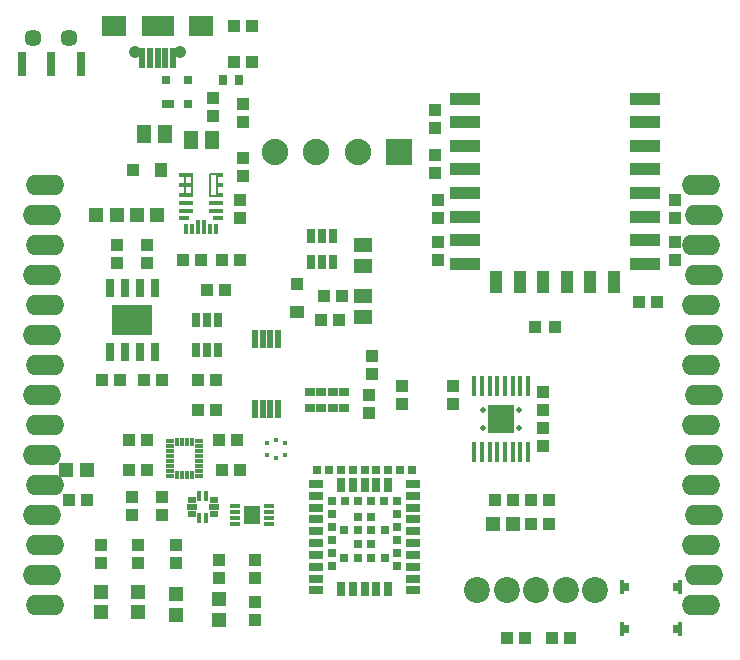
<source format=gbr>
%TF.GenerationSoftware,KiCad,Pcbnew,(5.1.6)-1*%
%TF.CreationDate,2020-08-29T17:57:31+05:30*%
%TF.ProjectId,TENET,54454e45-542e-46b6-9963-61645f706362,Minor Project*%
%TF.SameCoordinates,Original*%
%TF.FileFunction,Soldermask,Top*%
%TF.FilePolarity,Negative*%
%FSLAX46Y46*%
G04 Gerber Fmt 4.6, Leading zero omitted, Abs format (unit mm)*
G04 Created by KiCad (PCBNEW (5.1.6)-1) date 2020-08-29 17:57:31*
%MOMM*%
%LPD*%
G01*
G04 APERTURE LIST*
%ADD10C,0.152400*%
%ADD11R,1.000000X1.100000*%
%ADD12R,0.800000X0.800000*%
%ADD13R,0.800000X1.250000*%
%ADD14R,1.250000X0.800000*%
%ADD15R,1.030000X1.080000*%
%ADD16R,1.260000X1.570000*%
%ADD17O,3.251200X1.727200*%
%ADD18C,1.051560*%
%ADD19R,0.601980X1.651000*%
%ADD20R,2.702560X1.701800*%
%ADD21R,2.001520X1.701800*%
%ADD22R,0.658800X2.005000*%
%ADD23C,1.446200*%
%ADD24R,1.400000X1.600000*%
%ADD25R,0.850000X0.400000*%
%ADD26R,2.600000X1.100000*%
%ADD27R,1.100000X1.900000*%
%ADD28R,0.750000X1.160000*%
%ADD29C,0.480000*%
%ADD30R,0.440000X1.740000*%
%ADD31R,2.310200X2.460200*%
%ADD32R,0.820000X0.700000*%
%ADD33R,0.650000X0.380000*%
%ADD34R,0.380000X0.650000*%
%ADD35R,0.750000X0.570000*%
%ADD36R,0.900000X0.500000*%
%ADD37R,0.450000X0.900000*%
%ADD38R,0.303200X0.862000*%
%ADD39R,0.303200X1.243000*%
%ADD40R,0.862000X0.303200*%
%ADD41R,1.243000X0.303200*%
%ADD42R,0.608000X0.303200*%
%ADD43R,0.455600X0.404800*%
%ADD44R,0.404800X0.455600*%
%ADD45R,0.600000X0.800000*%
%ADD46R,0.300000X1.200000*%
%ADD47R,1.080000X1.030000*%
%ADD48R,0.550000X1.575000*%
%ADD49C,2.200000*%
%ADD50C,2.235200*%
%ADD51R,2.235200X2.235200*%
%ADD52R,3.502000X2.613000*%
%ADD53R,0.800000X1.625000*%
%ADD54R,0.700000X1.300000*%
%ADD55R,0.700000X0.900000*%
%ADD56R,1.201420X1.201420*%
%ADD57R,1.303020X1.102360*%
%ADD58R,1.102360X1.102360*%
%ADD59R,1.102360X1.303020*%
%ADD60R,1.100000X0.800000*%
%ADD61R,0.700000X0.800000*%
%ADD62R,1.570000X1.260000*%
%ADD63R,1.303020X1.201420*%
G04 APERTURE END LIST*
D10*
%TO.C,U2*%
X137845800Y-76538399D02*
X138430000Y-76538399D01*
X138430000Y-76538399D02*
X138430000Y-78441600D01*
X138430000Y-78441600D02*
X137845800Y-78441600D01*
X137845800Y-78441600D02*
X137845800Y-76538399D01*
X140538200Y-76538399D02*
X139954000Y-76538399D01*
X139954000Y-76538399D02*
X139954000Y-78441600D01*
X139954000Y-78441600D02*
X140538200Y-78441600D01*
X140538200Y-78441600D02*
X140538200Y-76538399D01*
%TD*%
D11*
%TO.C,L1*%
X167425000Y-89535000D03*
X169125000Y-89535000D03*
%TD*%
D12*
%TO.C,IC3*%
X154760000Y-109020000D03*
X154760000Y-106720000D03*
X153610000Y-109020000D03*
X153610000Y-107870000D03*
X153610000Y-106720000D03*
X153610000Y-105570000D03*
X152460000Y-109020000D03*
X152460000Y-107870000D03*
X152460000Y-106720000D03*
X152460000Y-105570000D03*
X151310000Y-109020000D03*
X151310000Y-106720000D03*
X149035000Y-101645000D03*
X150035000Y-101645000D03*
X151035000Y-101645000D03*
X152035000Y-101645000D03*
X153035000Y-101645000D03*
X154035000Y-101645000D03*
X155035000Y-101645000D03*
X156035000Y-101645000D03*
X157035000Y-101645000D03*
X151385000Y-104245000D03*
X152485000Y-104245000D03*
X153585000Y-104245000D03*
X154685000Y-104245000D03*
X155785000Y-104245000D03*
X155785000Y-105345000D03*
X155785000Y-106445000D03*
X155785000Y-107545000D03*
X155785000Y-108645000D03*
X155785000Y-109745000D03*
X150285000Y-109745000D03*
X150285000Y-108645000D03*
X150285000Y-107545000D03*
X150285000Y-106445000D03*
X150285000Y-105345000D03*
X150285000Y-104245000D03*
D13*
X151035000Y-102870000D03*
X152035000Y-102870000D03*
X153035000Y-102870000D03*
X154035000Y-102870000D03*
X155035000Y-102870000D03*
D14*
X157160000Y-102795000D03*
X157160000Y-103795000D03*
X157160000Y-104795000D03*
X157160000Y-105795000D03*
X157160000Y-106795000D03*
X157160000Y-107795000D03*
X157160000Y-108795000D03*
X157160000Y-109795000D03*
X157160000Y-110795000D03*
X157160000Y-111795000D03*
D13*
X155035000Y-111720000D03*
X154035000Y-111720000D03*
X153035000Y-111720000D03*
X152035000Y-111720000D03*
X151035000Y-111720000D03*
D14*
X148910000Y-111795000D03*
X148910000Y-110795000D03*
X148910000Y-109795000D03*
X148910000Y-108795000D03*
X148910000Y-107795000D03*
X148910000Y-106795000D03*
X148910000Y-105795000D03*
X148910000Y-104795000D03*
X148910000Y-103795000D03*
X148910000Y-102795000D03*
%TD*%
D15*
%TO.C,R15*%
X151138000Y-86868000D03*
X149598000Y-86868000D03*
%TD*%
D16*
%TO.C,C6*%
X140082000Y-73660000D03*
X138302000Y-73660000D03*
%TD*%
D17*
%TO.C,J4*%
X181483000Y-77470000D03*
X181737000Y-80010000D03*
X181483000Y-82550000D03*
X181737000Y-85090000D03*
X181483000Y-87630000D03*
X181737000Y-90170000D03*
X181483000Y-92710000D03*
X181737000Y-95250000D03*
X181483000Y-97790000D03*
X181737000Y-100330000D03*
X181483000Y-102870000D03*
X181737000Y-105410000D03*
X181483000Y-107950000D03*
X181737000Y-110490000D03*
X181483000Y-113030000D03*
%TD*%
D18*
%TO.C,J1*%
X133609080Y-66207640D03*
X137408920Y-66207640D03*
D19*
X136806940Y-66730880D03*
D20*
X135509000Y-64008000D03*
D21*
X131826000Y-64008000D03*
X139192000Y-64008000D03*
D19*
X134861300Y-66730880D03*
X134211060Y-66730880D03*
X136156700Y-66730880D03*
X135509000Y-66730880D03*
%TD*%
D22*
%TO.C,U10*%
X128992000Y-67221100D03*
X126492000Y-67221100D03*
X123992000Y-67221100D03*
D23*
X124992000Y-65024400D03*
X127992000Y-65024400D03*
%TD*%
D24*
%TO.C,U9*%
X143510000Y-105410000D03*
D25*
X142060000Y-106160000D03*
X142060000Y-105660000D03*
X142060000Y-105160000D03*
X142060000Y-104660000D03*
X144960000Y-104660000D03*
X144960000Y-105160000D03*
X144960000Y-105660000D03*
X144960000Y-106160000D03*
%TD*%
D26*
%TO.C,U8*%
X176764000Y-70160000D03*
X176764000Y-72160000D03*
X176764000Y-74160000D03*
X176764000Y-76160000D03*
X176764000Y-78160000D03*
X176764000Y-80160000D03*
X176764000Y-82160000D03*
X176764000Y-84160000D03*
D27*
X174164000Y-85660000D03*
X172164000Y-85660000D03*
X170164000Y-85660000D03*
X168164000Y-85660000D03*
X166164000Y-85660000D03*
X164164000Y-85660000D03*
D26*
X161564000Y-84160000D03*
X161564000Y-82160000D03*
X161564000Y-80160000D03*
X161564000Y-78160000D03*
X161564000Y-76160000D03*
X161564000Y-74160000D03*
X161564000Y-72160000D03*
X161564000Y-70160000D03*
%TD*%
D28*
%TO.C,U7*%
X149418000Y-81788000D03*
X148468000Y-81788000D03*
X150368000Y-81788000D03*
X150368000Y-83988000D03*
X149418000Y-83988000D03*
X148468000Y-83988000D03*
%TD*%
D29*
%TO.C,U6*%
X163092000Y-96538000D03*
X164592000Y-96538000D03*
X166092000Y-96538000D03*
X163092000Y-98038000D03*
X164592000Y-98038000D03*
X166092000Y-98038000D03*
D30*
X166217000Y-100088000D03*
X165567000Y-100088000D03*
X164917000Y-100088000D03*
X164267000Y-100088000D03*
X163617000Y-100088000D03*
X162967000Y-100088000D03*
X162317000Y-100088000D03*
X162317000Y-94488000D03*
X162967000Y-94488000D03*
X163617000Y-94488000D03*
X164267000Y-94488000D03*
X164917000Y-94488000D03*
X165567000Y-94488000D03*
X166217000Y-94488000D03*
X166867000Y-100088000D03*
D31*
X164592000Y-97288000D03*
D30*
X166867000Y-94488000D03*
%TD*%
D32*
%TO.C,U5*%
X151292000Y-94996000D03*
X150322000Y-94996000D03*
X149352000Y-94996000D03*
X148382000Y-94996000D03*
X148382000Y-96396000D03*
X149352000Y-96396000D03*
X150322000Y-96396000D03*
X151292000Y-96396000D03*
%TD*%
D33*
%TO.C,U4*%
X136535000Y-99125000D03*
X136535000Y-99555000D03*
X136535000Y-99985000D03*
X136535000Y-100415000D03*
X136535000Y-102135000D03*
X136535000Y-101705000D03*
X136535000Y-101275000D03*
X136535000Y-100845000D03*
X139035000Y-99125000D03*
X139035000Y-99555000D03*
X139035000Y-99985000D03*
X139035000Y-100415000D03*
X139035000Y-100845000D03*
X139035000Y-101705000D03*
X139035000Y-102135000D03*
X139035000Y-101275000D03*
D34*
X138430000Y-99230000D03*
X138000000Y-99230000D03*
X137570000Y-99230000D03*
X137140000Y-99230000D03*
X137140000Y-102030000D03*
X137570000Y-102030000D03*
X138000000Y-102030000D03*
X138430000Y-102030000D03*
%TD*%
D35*
%TO.C,U3*%
X140270000Y-104140000D03*
X140270000Y-105340000D03*
D36*
X140270000Y-104740000D03*
D35*
X138430000Y-104140000D03*
X138430000Y-105340000D03*
D36*
X138430000Y-104740000D03*
D37*
X139650000Y-103820000D03*
X139050000Y-103820000D03*
X139650000Y-105660000D03*
X139050000Y-105660000D03*
%TD*%
D38*
%TO.C,U2*%
X140442000Y-81216500D03*
D39*
X139442000Y-81026000D03*
X138942000Y-81026000D03*
D38*
X137942000Y-81216500D03*
D40*
X137718800Y-80290000D03*
D41*
X137909300Y-79640001D03*
X137909300Y-78990000D03*
X137909300Y-78340000D03*
X137909300Y-77489999D03*
X137909300Y-76639999D03*
D38*
X138442000Y-81216500D03*
X139942000Y-81216500D03*
D42*
X140792200Y-77489999D03*
X140792200Y-76639999D03*
X140792200Y-78340000D03*
D41*
X140474700Y-78990000D03*
X140474700Y-79640001D03*
D40*
X140665200Y-80290000D03*
%TD*%
D43*
%TO.C,U1*%
X145529300Y-99080701D03*
D44*
X146278600Y-99330002D03*
X146278600Y-100330000D03*
D43*
X145529300Y-100579301D03*
D44*
X144780000Y-100330000D03*
X144780000Y-99330002D03*
%TD*%
D45*
%TO.C,S1*%
X175167000Y-111534000D03*
X179417000Y-111534000D03*
X175167000Y-115034000D03*
X179417000Y-115034000D03*
D46*
X174817000Y-115034000D03*
X179767000Y-111534000D03*
X174817000Y-111534000D03*
X179767000Y-115034000D03*
%TD*%
D47*
%TO.C,R28*%
X137033000Y-107942000D03*
X137033000Y-109482000D03*
%TD*%
%TO.C,R27*%
X133858000Y-107942000D03*
X133858000Y-109482000D03*
%TD*%
%TO.C,R26*%
X130683000Y-107942000D03*
X130683000Y-109482000D03*
%TD*%
%TO.C,R25*%
X143764000Y-109220000D03*
X143764000Y-110760000D03*
%TD*%
%TO.C,R24*%
X143764000Y-114316000D03*
X143764000Y-112776000D03*
%TD*%
D15*
%TO.C,R23*%
X168902000Y-115824000D03*
X170442000Y-115824000D03*
%TD*%
%TO.C,R22*%
X165100000Y-115824000D03*
X166640000Y-115824000D03*
%TD*%
%TO.C,R21*%
X128000000Y-104140000D03*
X129540000Y-104140000D03*
%TD*%
D47*
%TO.C,R20*%
X179324000Y-80280000D03*
X179324000Y-78740000D03*
%TD*%
%TO.C,R19*%
X179324000Y-83820000D03*
X179324000Y-82280000D03*
%TD*%
%TO.C,R18*%
X140716000Y-109212000D03*
X140716000Y-110752000D03*
%TD*%
%TO.C,R17*%
X159004000Y-71104000D03*
X159004000Y-72644000D03*
%TD*%
%TO.C,R16*%
X159004000Y-74922000D03*
X159004000Y-76462000D03*
%TD*%
D15*
%TO.C,R14*%
X150876000Y-88900000D03*
X149336000Y-88900000D03*
%TD*%
D47*
%TO.C,R13*%
X132080000Y-84090000D03*
X132080000Y-82550000D03*
%TD*%
%TO.C,R12*%
X134620000Y-82550000D03*
X134620000Y-84090000D03*
%TD*%
D15*
%TO.C,R11*%
X138930000Y-96520000D03*
X140470000Y-96520000D03*
%TD*%
D47*
%TO.C,R10*%
X160528000Y-94488000D03*
X160528000Y-96028000D03*
%TD*%
D15*
%TO.C,R9*%
X130810000Y-93980000D03*
X132350000Y-93980000D03*
%TD*%
%TO.C,R8*%
X139700000Y-86360000D03*
X141240000Y-86360000D03*
%TD*%
D47*
%TO.C,R7*%
X168148000Y-96536000D03*
X168148000Y-94996000D03*
%TD*%
%TO.C,R6*%
X156210000Y-94480000D03*
X156210000Y-96020000D03*
%TD*%
D15*
%TO.C,R5*%
X137652000Y-83820000D03*
X139192000Y-83820000D03*
%TD*%
%TO.C,R4*%
X142502000Y-83820000D03*
X140962000Y-83820000D03*
%TD*%
D47*
%TO.C,R3*%
X142748000Y-76708000D03*
X142748000Y-75168000D03*
%TD*%
%TO.C,R2*%
X142502000Y-78740000D03*
X142502000Y-80280000D03*
%TD*%
D15*
%TO.C,R1*%
X143518000Y-64008000D03*
X141978000Y-64008000D03*
%TD*%
D48*
%TO.C,Q1*%
X143764000Y-90534000D03*
X144414000Y-90534000D03*
X145064000Y-90534000D03*
X145714000Y-90534000D03*
X145714000Y-96410000D03*
X145064000Y-96410000D03*
X144414000Y-96410000D03*
X143764000Y-96410000D03*
%TD*%
D49*
%TO.C,J5*%
X172560000Y-111760000D03*
X170060000Y-111760000D03*
X167560000Y-111760000D03*
X165060000Y-111760000D03*
X162560000Y-111760000D03*
%TD*%
D17*
%TO.C,J3*%
X125984000Y-113030000D03*
X125730000Y-110490000D03*
X125984000Y-107950000D03*
X125730000Y-105410000D03*
X125984000Y-102870000D03*
X125730000Y-100330000D03*
X125984000Y-97790000D03*
X125730000Y-95250000D03*
X125984000Y-92710000D03*
X125730000Y-90170000D03*
X125984000Y-87630000D03*
X125730000Y-85090000D03*
X125984000Y-82550000D03*
X125730000Y-80010000D03*
X125984000Y-77470000D03*
%TD*%
D50*
%TO.C,J2*%
X145458180Y-74676000D03*
X148958300Y-74676000D03*
X152458420Y-74676000D03*
D51*
X155956000Y-74676000D03*
%TD*%
D52*
%TO.C,IC2*%
X133350000Y-88900000D03*
D53*
X131445000Y-86188000D03*
X132715000Y-86188000D03*
X133985000Y-86188000D03*
X135255000Y-86188000D03*
X135255000Y-91612000D03*
X133985000Y-91612000D03*
X132715000Y-91612000D03*
X131445000Y-91612000D03*
%TD*%
D54*
%TO.C,IC1*%
X140650000Y-91440000D03*
X139700000Y-91440000D03*
X138750000Y-91440000D03*
X138750000Y-88940000D03*
X139700000Y-88940000D03*
X140650000Y-88940000D03*
%TD*%
D55*
%TO.C,FB1*%
X142432000Y-68580000D03*
X141032000Y-68580000D03*
%TD*%
D56*
%TO.C,D10*%
X137033000Y-112141000D03*
X137033000Y-113893600D03*
%TD*%
%TO.C,D9*%
X130683000Y-113652300D03*
X130683000Y-111899700D03*
%TD*%
%TO.C,D8*%
X133858000Y-111899700D03*
X133858000Y-113652300D03*
%TD*%
%TO.C,D7*%
X127787400Y-101600000D03*
X129540000Y-101600000D03*
%TD*%
%TO.C,D6*%
X140716000Y-114274600D03*
X140716000Y-112522000D03*
%TD*%
D57*
%TO.C,D5*%
X147320000Y-88249760D03*
D58*
X147320000Y-85852000D03*
%TD*%
D56*
%TO.C,D4*%
X130327400Y-80010000D03*
X132080000Y-80010000D03*
%TD*%
%TO.C,D3*%
X135496300Y-80010000D03*
X133743700Y-80010000D03*
%TD*%
D59*
%TO.C,D2*%
X135818880Y-76200000D03*
D58*
X133421120Y-76200000D03*
%TD*%
D60*
%TO.C,D1*%
X136410000Y-70596000D03*
D61*
X138110000Y-68596000D03*
X136210000Y-68596000D03*
X138110000Y-70596000D03*
%TD*%
D15*
%TO.C,C25*%
X176260000Y-87376000D03*
X177800000Y-87376000D03*
%TD*%
D47*
%TO.C,C24*%
X159258000Y-78724000D03*
X159258000Y-80264000D03*
%TD*%
%TO.C,C23*%
X159258000Y-83820000D03*
X159258000Y-82280000D03*
%TD*%
D62*
%TO.C,C22*%
X152908000Y-88648000D03*
X152908000Y-86868000D03*
%TD*%
%TO.C,C21*%
X152908000Y-82548000D03*
X152908000Y-84328000D03*
%TD*%
D15*
%TO.C,C20*%
X140470000Y-93980000D03*
X138930000Y-93980000D03*
%TD*%
%TO.C,C19*%
X134350000Y-93980000D03*
X135890000Y-93980000D03*
%TD*%
D47*
%TO.C,C18*%
X168148000Y-99584000D03*
X168148000Y-98044000D03*
%TD*%
D63*
%TO.C,C17*%
X163911280Y-106172000D03*
X165608000Y-106172000D03*
%TD*%
D15*
%TO.C,C16*%
X164084000Y-104140000D03*
X165624000Y-104140000D03*
%TD*%
%TO.C,C15*%
X134620000Y-101600000D03*
X133080000Y-101600000D03*
%TD*%
D47*
%TO.C,C14*%
X153670000Y-91940000D03*
X153670000Y-93480000D03*
%TD*%
D15*
%TO.C,C13*%
X134620000Y-99060000D03*
X133080000Y-99060000D03*
%TD*%
%TO.C,C12*%
X140700000Y-99060000D03*
X142240000Y-99060000D03*
%TD*%
%TO.C,C11*%
X140970000Y-101600000D03*
X142510000Y-101600000D03*
%TD*%
D47*
%TO.C,C10*%
X153400000Y-95250000D03*
X153400000Y-96790000D03*
%TD*%
%TO.C,C9*%
X133350000Y-105410000D03*
X133350000Y-103870000D03*
%TD*%
%TO.C,C8*%
X135890000Y-105410000D03*
X135890000Y-103870000D03*
%TD*%
D16*
%TO.C,C7*%
X134364000Y-73152000D03*
X136144000Y-73152000D03*
%TD*%
D15*
%TO.C,C5*%
X167132000Y-104140000D03*
X168672000Y-104140000D03*
%TD*%
%TO.C,C4*%
X168656000Y-106172000D03*
X167116000Y-106172000D03*
%TD*%
D47*
%TO.C,C3*%
X140208000Y-70088000D03*
X140208000Y-71628000D03*
%TD*%
%TO.C,C2*%
X142748000Y-70596000D03*
X142748000Y-72136000D03*
%TD*%
D15*
%TO.C,C1*%
X143518000Y-67056000D03*
X141978000Y-67056000D03*
%TD*%
M02*

</source>
